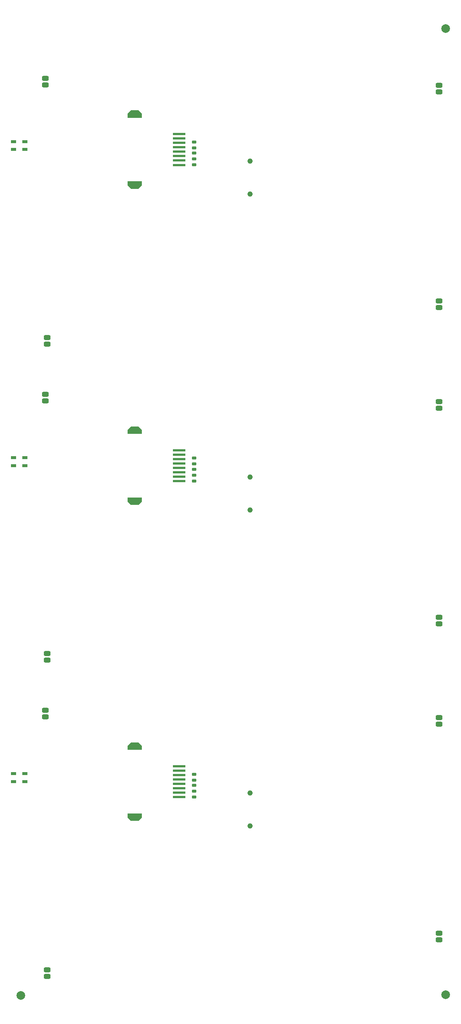
<source format=gbp>
G04*
G04 #@! TF.GenerationSoftware,Altium Limited,Altium Designer,19.1.5 (86)*
G04*
G04 Layer_Color=128*
%FSLAX24Y24*%
%MOIN*%
G70*
G01*
G75*
G04:AMPARAMS|DCode=16|XSize=78.7mil|YSize=78.7mil|CornerRadius=39.4mil|HoleSize=0mil|Usage=FLASHONLY|Rotation=90.000|XOffset=0mil|YOffset=0mil|HoleType=Round|Shape=RoundedRectangle|*
%AMROUNDEDRECTD16*
21,1,0.0787,0.0000,0,0,90.0*
21,1,0.0000,0.0787,0,0,90.0*
1,1,0.0787,0.0000,0.0000*
1,1,0.0787,0.0000,0.0000*
1,1,0.0787,0.0000,0.0000*
1,1,0.0787,0.0000,0.0000*
%
%ADD16ROUNDEDRECTD16*%
G04:AMPARAMS|DCode=37|XSize=27.1mil|YSize=37.4mil|CornerRadius=4.8mil|HoleSize=0mil|Usage=FLASHONLY|Rotation=90.000|XOffset=0mil|YOffset=0mil|HoleType=Round|Shape=RoundedRectangle|*
%AMROUNDEDRECTD37*
21,1,0.0271,0.0277,0,0,90.0*
21,1,0.0175,0.0374,0,0,90.0*
1,1,0.0097,0.0139,0.0087*
1,1,0.0097,0.0139,-0.0087*
1,1,0.0097,-0.0139,-0.0087*
1,1,0.0097,-0.0139,0.0087*
%
%ADD37ROUNDEDRECTD37*%
G04:AMPARAMS|DCode=69|XSize=48mil|YSize=48mil|CornerRadius=24mil|HoleSize=0mil|Usage=FLASHONLY|Rotation=180.000|XOffset=0mil|YOffset=0mil|HoleType=Round|Shape=RoundedRectangle|*
%AMROUNDEDRECTD69*
21,1,0.0480,0.0000,0,0,180.0*
21,1,0.0000,0.0480,0,0,180.0*
1,1,0.0480,0.0000,0.0000*
1,1,0.0480,0.0000,0.0000*
1,1,0.0480,0.0000,0.0000*
1,1,0.0480,0.0000,0.0000*
%
%ADD69ROUNDEDRECTD69*%
%ADD70R,0.1181X0.0220*%
%ADD71R,0.0472X0.0315*%
G04:AMPARAMS|DCode=72|XSize=44mil|YSize=61mil|CornerRadius=10.5mil|HoleSize=0mil|Usage=FLASHONLY|Rotation=90.000|XOffset=0mil|YOffset=0mil|HoleType=Round|Shape=RoundedRectangle|*
%AMROUNDEDRECTD72*
21,1,0.0440,0.0400,0,0,90.0*
21,1,0.0230,0.0610,0,0,90.0*
1,1,0.0210,0.0200,0.0115*
1,1,0.0210,0.0200,-0.0115*
1,1,0.0210,-0.0200,-0.0115*
1,1,0.0210,-0.0200,0.0115*
%
%ADD72ROUNDEDRECTD72*%
G36*
X12076Y50982D02*
X12387Y50671D01*
X12387Y50305D01*
X11076Y50305D01*
X11076Y50671D01*
X11387Y50982D01*
X12076Y50982D01*
D02*
G37*
G36*
X12387Y44517D02*
X12387Y44151D01*
X12076Y43840D01*
X11387Y43840D01*
X11076Y44151D01*
X11076Y44517D01*
X12387Y44517D01*
D02*
G37*
G36*
X12076Y22202D02*
X12387Y21891D01*
X12387Y21525D01*
X11076Y21525D01*
X11076Y21891D01*
X11387Y22202D01*
X12076Y22202D01*
D02*
G37*
G36*
X12387Y15738D02*
X12387Y15372D01*
X12076Y15061D01*
X11387Y15061D01*
X11076Y15372D01*
X11076Y15738D01*
X12387Y15738D01*
D02*
G37*
G36*
X12076Y-6577D02*
X12387Y-6888D01*
X12387Y-7254D01*
X11076Y-7254D01*
X11076Y-6888D01*
X11387Y-6577D01*
X12076Y-6577D01*
D02*
G37*
G36*
X12387Y-13042D02*
X12387Y-13408D01*
X12076Y-13719D01*
X11387Y-13719D01*
X11076Y-13408D01*
X11076Y-13042D01*
X12387Y-13042D01*
D02*
G37*
G54D16*
X40098Y58415D02*
D03*
Y-29557D02*
D03*
X1359Y-29596D02*
D03*
G54D37*
X17168Y-11012D02*
D03*
Y-11548D02*
D03*
Y-10481D02*
D03*
Y-11016D02*
D03*
Y-9467D02*
D03*
Y-10002D02*
D03*
Y17767D02*
D03*
Y17232D02*
D03*
Y18299D02*
D03*
Y17764D02*
D03*
Y19313D02*
D03*
Y18777D02*
D03*
Y46547D02*
D03*
Y46012D02*
D03*
Y47078D02*
D03*
Y46543D02*
D03*
Y48092D02*
D03*
Y47557D02*
D03*
G54D69*
X22267Y-14189D02*
D03*
Y-11189D02*
D03*
Y14591D02*
D03*
Y17591D02*
D03*
Y43370D02*
D03*
Y46370D02*
D03*
G54D70*
X15800Y-11152D02*
D03*
Y-10750D02*
D03*
Y-8742D02*
D03*
Y-9144D02*
D03*
Y-9546D02*
D03*
Y-9947D02*
D03*
Y-10349D02*
D03*
Y-11553D02*
D03*
Y17628D02*
D03*
Y18029D02*
D03*
Y20037D02*
D03*
Y19636D02*
D03*
Y19234D02*
D03*
Y18832D02*
D03*
Y18431D02*
D03*
Y17226D02*
D03*
Y46407D02*
D03*
Y46809D02*
D03*
Y48817D02*
D03*
Y48415D02*
D03*
Y48013D02*
D03*
Y47612D02*
D03*
Y47210D02*
D03*
Y46006D02*
D03*
G54D71*
X689Y-10151D02*
D03*
Y-9422D02*
D03*
X1709D02*
D03*
Y-10151D02*
D03*
X689Y18629D02*
D03*
Y19357D02*
D03*
X1709D02*
D03*
Y18629D02*
D03*
X689Y47408D02*
D03*
Y48137D02*
D03*
X1709D02*
D03*
Y47408D02*
D03*
G54D72*
X39481Y-24552D02*
D03*
Y-23952D02*
D03*
X3569Y-3656D02*
D03*
Y-4256D02*
D03*
X3749Y-27266D02*
D03*
Y-27866D02*
D03*
X39489Y-4316D02*
D03*
Y-4916D02*
D03*
X39481Y4227D02*
D03*
Y4827D02*
D03*
X3569Y25123D02*
D03*
Y24523D02*
D03*
X3749Y1513D02*
D03*
Y913D02*
D03*
X39489Y24463D02*
D03*
Y23863D02*
D03*
X39481Y33007D02*
D03*
Y33607D02*
D03*
X3569Y53903D02*
D03*
Y53303D02*
D03*
X3749Y30293D02*
D03*
Y29693D02*
D03*
X39489Y53243D02*
D03*
Y52643D02*
D03*
M02*

</source>
